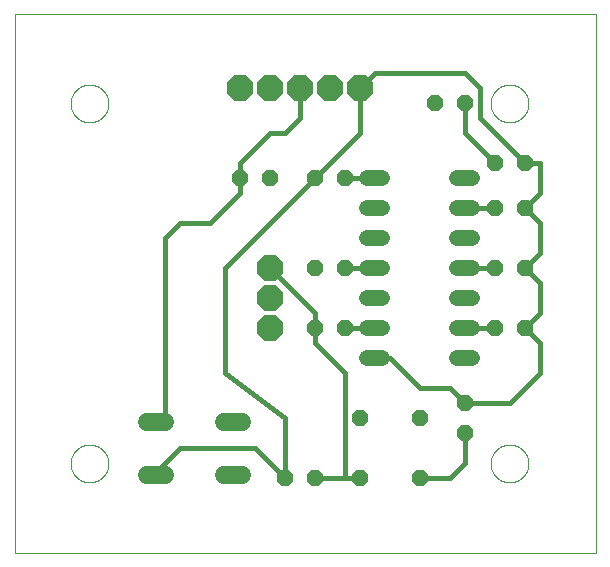
<source format=gtl>
G75*
%MOIN*%
%OFA0B0*%
%FSLAX25Y25*%
%IPPOS*%
%LPD*%
%AMOC8*
5,1,8,0,0,1.08239X$1,22.5*
%
%ADD10C,0.00000*%
%ADD11OC8,0.05200*%
%ADD12C,0.05200*%
%ADD13C,0.06000*%
%ADD14OC8,0.08500*%
%ADD15C,0.01600*%
D10*
X0001000Y0001000D02*
X0001000Y0180961D01*
X0194701Y0180961D01*
X0194701Y0001000D01*
X0001000Y0001000D01*
X0019701Y0031000D02*
X0019703Y0031158D01*
X0019709Y0031316D01*
X0019719Y0031474D01*
X0019733Y0031632D01*
X0019751Y0031789D01*
X0019772Y0031946D01*
X0019798Y0032102D01*
X0019828Y0032258D01*
X0019861Y0032413D01*
X0019899Y0032566D01*
X0019940Y0032719D01*
X0019985Y0032871D01*
X0020034Y0033022D01*
X0020087Y0033171D01*
X0020143Y0033319D01*
X0020203Y0033465D01*
X0020267Y0033610D01*
X0020335Y0033753D01*
X0020406Y0033895D01*
X0020480Y0034035D01*
X0020558Y0034172D01*
X0020640Y0034308D01*
X0020724Y0034442D01*
X0020813Y0034573D01*
X0020904Y0034702D01*
X0020999Y0034829D01*
X0021096Y0034954D01*
X0021197Y0035076D01*
X0021301Y0035195D01*
X0021408Y0035312D01*
X0021518Y0035426D01*
X0021631Y0035537D01*
X0021746Y0035646D01*
X0021864Y0035751D01*
X0021985Y0035853D01*
X0022108Y0035953D01*
X0022234Y0036049D01*
X0022362Y0036142D01*
X0022492Y0036232D01*
X0022625Y0036318D01*
X0022760Y0036402D01*
X0022896Y0036481D01*
X0023035Y0036558D01*
X0023176Y0036630D01*
X0023318Y0036700D01*
X0023462Y0036765D01*
X0023608Y0036827D01*
X0023755Y0036885D01*
X0023904Y0036940D01*
X0024054Y0036991D01*
X0024205Y0037038D01*
X0024357Y0037081D01*
X0024510Y0037120D01*
X0024665Y0037156D01*
X0024820Y0037187D01*
X0024976Y0037215D01*
X0025132Y0037239D01*
X0025289Y0037259D01*
X0025447Y0037275D01*
X0025604Y0037287D01*
X0025763Y0037295D01*
X0025921Y0037299D01*
X0026079Y0037299D01*
X0026237Y0037295D01*
X0026396Y0037287D01*
X0026553Y0037275D01*
X0026711Y0037259D01*
X0026868Y0037239D01*
X0027024Y0037215D01*
X0027180Y0037187D01*
X0027335Y0037156D01*
X0027490Y0037120D01*
X0027643Y0037081D01*
X0027795Y0037038D01*
X0027946Y0036991D01*
X0028096Y0036940D01*
X0028245Y0036885D01*
X0028392Y0036827D01*
X0028538Y0036765D01*
X0028682Y0036700D01*
X0028824Y0036630D01*
X0028965Y0036558D01*
X0029104Y0036481D01*
X0029240Y0036402D01*
X0029375Y0036318D01*
X0029508Y0036232D01*
X0029638Y0036142D01*
X0029766Y0036049D01*
X0029892Y0035953D01*
X0030015Y0035853D01*
X0030136Y0035751D01*
X0030254Y0035646D01*
X0030369Y0035537D01*
X0030482Y0035426D01*
X0030592Y0035312D01*
X0030699Y0035195D01*
X0030803Y0035076D01*
X0030904Y0034954D01*
X0031001Y0034829D01*
X0031096Y0034702D01*
X0031187Y0034573D01*
X0031276Y0034442D01*
X0031360Y0034308D01*
X0031442Y0034172D01*
X0031520Y0034035D01*
X0031594Y0033895D01*
X0031665Y0033753D01*
X0031733Y0033610D01*
X0031797Y0033465D01*
X0031857Y0033319D01*
X0031913Y0033171D01*
X0031966Y0033022D01*
X0032015Y0032871D01*
X0032060Y0032719D01*
X0032101Y0032566D01*
X0032139Y0032413D01*
X0032172Y0032258D01*
X0032202Y0032102D01*
X0032228Y0031946D01*
X0032249Y0031789D01*
X0032267Y0031632D01*
X0032281Y0031474D01*
X0032291Y0031316D01*
X0032297Y0031158D01*
X0032299Y0031000D01*
X0032297Y0030842D01*
X0032291Y0030684D01*
X0032281Y0030526D01*
X0032267Y0030368D01*
X0032249Y0030211D01*
X0032228Y0030054D01*
X0032202Y0029898D01*
X0032172Y0029742D01*
X0032139Y0029587D01*
X0032101Y0029434D01*
X0032060Y0029281D01*
X0032015Y0029129D01*
X0031966Y0028978D01*
X0031913Y0028829D01*
X0031857Y0028681D01*
X0031797Y0028535D01*
X0031733Y0028390D01*
X0031665Y0028247D01*
X0031594Y0028105D01*
X0031520Y0027965D01*
X0031442Y0027828D01*
X0031360Y0027692D01*
X0031276Y0027558D01*
X0031187Y0027427D01*
X0031096Y0027298D01*
X0031001Y0027171D01*
X0030904Y0027046D01*
X0030803Y0026924D01*
X0030699Y0026805D01*
X0030592Y0026688D01*
X0030482Y0026574D01*
X0030369Y0026463D01*
X0030254Y0026354D01*
X0030136Y0026249D01*
X0030015Y0026147D01*
X0029892Y0026047D01*
X0029766Y0025951D01*
X0029638Y0025858D01*
X0029508Y0025768D01*
X0029375Y0025682D01*
X0029240Y0025598D01*
X0029104Y0025519D01*
X0028965Y0025442D01*
X0028824Y0025370D01*
X0028682Y0025300D01*
X0028538Y0025235D01*
X0028392Y0025173D01*
X0028245Y0025115D01*
X0028096Y0025060D01*
X0027946Y0025009D01*
X0027795Y0024962D01*
X0027643Y0024919D01*
X0027490Y0024880D01*
X0027335Y0024844D01*
X0027180Y0024813D01*
X0027024Y0024785D01*
X0026868Y0024761D01*
X0026711Y0024741D01*
X0026553Y0024725D01*
X0026396Y0024713D01*
X0026237Y0024705D01*
X0026079Y0024701D01*
X0025921Y0024701D01*
X0025763Y0024705D01*
X0025604Y0024713D01*
X0025447Y0024725D01*
X0025289Y0024741D01*
X0025132Y0024761D01*
X0024976Y0024785D01*
X0024820Y0024813D01*
X0024665Y0024844D01*
X0024510Y0024880D01*
X0024357Y0024919D01*
X0024205Y0024962D01*
X0024054Y0025009D01*
X0023904Y0025060D01*
X0023755Y0025115D01*
X0023608Y0025173D01*
X0023462Y0025235D01*
X0023318Y0025300D01*
X0023176Y0025370D01*
X0023035Y0025442D01*
X0022896Y0025519D01*
X0022760Y0025598D01*
X0022625Y0025682D01*
X0022492Y0025768D01*
X0022362Y0025858D01*
X0022234Y0025951D01*
X0022108Y0026047D01*
X0021985Y0026147D01*
X0021864Y0026249D01*
X0021746Y0026354D01*
X0021631Y0026463D01*
X0021518Y0026574D01*
X0021408Y0026688D01*
X0021301Y0026805D01*
X0021197Y0026924D01*
X0021096Y0027046D01*
X0020999Y0027171D01*
X0020904Y0027298D01*
X0020813Y0027427D01*
X0020724Y0027558D01*
X0020640Y0027692D01*
X0020558Y0027828D01*
X0020480Y0027965D01*
X0020406Y0028105D01*
X0020335Y0028247D01*
X0020267Y0028390D01*
X0020203Y0028535D01*
X0020143Y0028681D01*
X0020087Y0028829D01*
X0020034Y0028978D01*
X0019985Y0029129D01*
X0019940Y0029281D01*
X0019899Y0029434D01*
X0019861Y0029587D01*
X0019828Y0029742D01*
X0019798Y0029898D01*
X0019772Y0030054D01*
X0019751Y0030211D01*
X0019733Y0030368D01*
X0019719Y0030526D01*
X0019709Y0030684D01*
X0019703Y0030842D01*
X0019701Y0031000D01*
X0019701Y0151000D02*
X0019703Y0151158D01*
X0019709Y0151316D01*
X0019719Y0151474D01*
X0019733Y0151632D01*
X0019751Y0151789D01*
X0019772Y0151946D01*
X0019798Y0152102D01*
X0019828Y0152258D01*
X0019861Y0152413D01*
X0019899Y0152566D01*
X0019940Y0152719D01*
X0019985Y0152871D01*
X0020034Y0153022D01*
X0020087Y0153171D01*
X0020143Y0153319D01*
X0020203Y0153465D01*
X0020267Y0153610D01*
X0020335Y0153753D01*
X0020406Y0153895D01*
X0020480Y0154035D01*
X0020558Y0154172D01*
X0020640Y0154308D01*
X0020724Y0154442D01*
X0020813Y0154573D01*
X0020904Y0154702D01*
X0020999Y0154829D01*
X0021096Y0154954D01*
X0021197Y0155076D01*
X0021301Y0155195D01*
X0021408Y0155312D01*
X0021518Y0155426D01*
X0021631Y0155537D01*
X0021746Y0155646D01*
X0021864Y0155751D01*
X0021985Y0155853D01*
X0022108Y0155953D01*
X0022234Y0156049D01*
X0022362Y0156142D01*
X0022492Y0156232D01*
X0022625Y0156318D01*
X0022760Y0156402D01*
X0022896Y0156481D01*
X0023035Y0156558D01*
X0023176Y0156630D01*
X0023318Y0156700D01*
X0023462Y0156765D01*
X0023608Y0156827D01*
X0023755Y0156885D01*
X0023904Y0156940D01*
X0024054Y0156991D01*
X0024205Y0157038D01*
X0024357Y0157081D01*
X0024510Y0157120D01*
X0024665Y0157156D01*
X0024820Y0157187D01*
X0024976Y0157215D01*
X0025132Y0157239D01*
X0025289Y0157259D01*
X0025447Y0157275D01*
X0025604Y0157287D01*
X0025763Y0157295D01*
X0025921Y0157299D01*
X0026079Y0157299D01*
X0026237Y0157295D01*
X0026396Y0157287D01*
X0026553Y0157275D01*
X0026711Y0157259D01*
X0026868Y0157239D01*
X0027024Y0157215D01*
X0027180Y0157187D01*
X0027335Y0157156D01*
X0027490Y0157120D01*
X0027643Y0157081D01*
X0027795Y0157038D01*
X0027946Y0156991D01*
X0028096Y0156940D01*
X0028245Y0156885D01*
X0028392Y0156827D01*
X0028538Y0156765D01*
X0028682Y0156700D01*
X0028824Y0156630D01*
X0028965Y0156558D01*
X0029104Y0156481D01*
X0029240Y0156402D01*
X0029375Y0156318D01*
X0029508Y0156232D01*
X0029638Y0156142D01*
X0029766Y0156049D01*
X0029892Y0155953D01*
X0030015Y0155853D01*
X0030136Y0155751D01*
X0030254Y0155646D01*
X0030369Y0155537D01*
X0030482Y0155426D01*
X0030592Y0155312D01*
X0030699Y0155195D01*
X0030803Y0155076D01*
X0030904Y0154954D01*
X0031001Y0154829D01*
X0031096Y0154702D01*
X0031187Y0154573D01*
X0031276Y0154442D01*
X0031360Y0154308D01*
X0031442Y0154172D01*
X0031520Y0154035D01*
X0031594Y0153895D01*
X0031665Y0153753D01*
X0031733Y0153610D01*
X0031797Y0153465D01*
X0031857Y0153319D01*
X0031913Y0153171D01*
X0031966Y0153022D01*
X0032015Y0152871D01*
X0032060Y0152719D01*
X0032101Y0152566D01*
X0032139Y0152413D01*
X0032172Y0152258D01*
X0032202Y0152102D01*
X0032228Y0151946D01*
X0032249Y0151789D01*
X0032267Y0151632D01*
X0032281Y0151474D01*
X0032291Y0151316D01*
X0032297Y0151158D01*
X0032299Y0151000D01*
X0032297Y0150842D01*
X0032291Y0150684D01*
X0032281Y0150526D01*
X0032267Y0150368D01*
X0032249Y0150211D01*
X0032228Y0150054D01*
X0032202Y0149898D01*
X0032172Y0149742D01*
X0032139Y0149587D01*
X0032101Y0149434D01*
X0032060Y0149281D01*
X0032015Y0149129D01*
X0031966Y0148978D01*
X0031913Y0148829D01*
X0031857Y0148681D01*
X0031797Y0148535D01*
X0031733Y0148390D01*
X0031665Y0148247D01*
X0031594Y0148105D01*
X0031520Y0147965D01*
X0031442Y0147828D01*
X0031360Y0147692D01*
X0031276Y0147558D01*
X0031187Y0147427D01*
X0031096Y0147298D01*
X0031001Y0147171D01*
X0030904Y0147046D01*
X0030803Y0146924D01*
X0030699Y0146805D01*
X0030592Y0146688D01*
X0030482Y0146574D01*
X0030369Y0146463D01*
X0030254Y0146354D01*
X0030136Y0146249D01*
X0030015Y0146147D01*
X0029892Y0146047D01*
X0029766Y0145951D01*
X0029638Y0145858D01*
X0029508Y0145768D01*
X0029375Y0145682D01*
X0029240Y0145598D01*
X0029104Y0145519D01*
X0028965Y0145442D01*
X0028824Y0145370D01*
X0028682Y0145300D01*
X0028538Y0145235D01*
X0028392Y0145173D01*
X0028245Y0145115D01*
X0028096Y0145060D01*
X0027946Y0145009D01*
X0027795Y0144962D01*
X0027643Y0144919D01*
X0027490Y0144880D01*
X0027335Y0144844D01*
X0027180Y0144813D01*
X0027024Y0144785D01*
X0026868Y0144761D01*
X0026711Y0144741D01*
X0026553Y0144725D01*
X0026396Y0144713D01*
X0026237Y0144705D01*
X0026079Y0144701D01*
X0025921Y0144701D01*
X0025763Y0144705D01*
X0025604Y0144713D01*
X0025447Y0144725D01*
X0025289Y0144741D01*
X0025132Y0144761D01*
X0024976Y0144785D01*
X0024820Y0144813D01*
X0024665Y0144844D01*
X0024510Y0144880D01*
X0024357Y0144919D01*
X0024205Y0144962D01*
X0024054Y0145009D01*
X0023904Y0145060D01*
X0023755Y0145115D01*
X0023608Y0145173D01*
X0023462Y0145235D01*
X0023318Y0145300D01*
X0023176Y0145370D01*
X0023035Y0145442D01*
X0022896Y0145519D01*
X0022760Y0145598D01*
X0022625Y0145682D01*
X0022492Y0145768D01*
X0022362Y0145858D01*
X0022234Y0145951D01*
X0022108Y0146047D01*
X0021985Y0146147D01*
X0021864Y0146249D01*
X0021746Y0146354D01*
X0021631Y0146463D01*
X0021518Y0146574D01*
X0021408Y0146688D01*
X0021301Y0146805D01*
X0021197Y0146924D01*
X0021096Y0147046D01*
X0020999Y0147171D01*
X0020904Y0147298D01*
X0020813Y0147427D01*
X0020724Y0147558D01*
X0020640Y0147692D01*
X0020558Y0147828D01*
X0020480Y0147965D01*
X0020406Y0148105D01*
X0020335Y0148247D01*
X0020267Y0148390D01*
X0020203Y0148535D01*
X0020143Y0148681D01*
X0020087Y0148829D01*
X0020034Y0148978D01*
X0019985Y0149129D01*
X0019940Y0149281D01*
X0019899Y0149434D01*
X0019861Y0149587D01*
X0019828Y0149742D01*
X0019798Y0149898D01*
X0019772Y0150054D01*
X0019751Y0150211D01*
X0019733Y0150368D01*
X0019719Y0150526D01*
X0019709Y0150684D01*
X0019703Y0150842D01*
X0019701Y0151000D01*
X0159701Y0151000D02*
X0159703Y0151158D01*
X0159709Y0151316D01*
X0159719Y0151474D01*
X0159733Y0151632D01*
X0159751Y0151789D01*
X0159772Y0151946D01*
X0159798Y0152102D01*
X0159828Y0152258D01*
X0159861Y0152413D01*
X0159899Y0152566D01*
X0159940Y0152719D01*
X0159985Y0152871D01*
X0160034Y0153022D01*
X0160087Y0153171D01*
X0160143Y0153319D01*
X0160203Y0153465D01*
X0160267Y0153610D01*
X0160335Y0153753D01*
X0160406Y0153895D01*
X0160480Y0154035D01*
X0160558Y0154172D01*
X0160640Y0154308D01*
X0160724Y0154442D01*
X0160813Y0154573D01*
X0160904Y0154702D01*
X0160999Y0154829D01*
X0161096Y0154954D01*
X0161197Y0155076D01*
X0161301Y0155195D01*
X0161408Y0155312D01*
X0161518Y0155426D01*
X0161631Y0155537D01*
X0161746Y0155646D01*
X0161864Y0155751D01*
X0161985Y0155853D01*
X0162108Y0155953D01*
X0162234Y0156049D01*
X0162362Y0156142D01*
X0162492Y0156232D01*
X0162625Y0156318D01*
X0162760Y0156402D01*
X0162896Y0156481D01*
X0163035Y0156558D01*
X0163176Y0156630D01*
X0163318Y0156700D01*
X0163462Y0156765D01*
X0163608Y0156827D01*
X0163755Y0156885D01*
X0163904Y0156940D01*
X0164054Y0156991D01*
X0164205Y0157038D01*
X0164357Y0157081D01*
X0164510Y0157120D01*
X0164665Y0157156D01*
X0164820Y0157187D01*
X0164976Y0157215D01*
X0165132Y0157239D01*
X0165289Y0157259D01*
X0165447Y0157275D01*
X0165604Y0157287D01*
X0165763Y0157295D01*
X0165921Y0157299D01*
X0166079Y0157299D01*
X0166237Y0157295D01*
X0166396Y0157287D01*
X0166553Y0157275D01*
X0166711Y0157259D01*
X0166868Y0157239D01*
X0167024Y0157215D01*
X0167180Y0157187D01*
X0167335Y0157156D01*
X0167490Y0157120D01*
X0167643Y0157081D01*
X0167795Y0157038D01*
X0167946Y0156991D01*
X0168096Y0156940D01*
X0168245Y0156885D01*
X0168392Y0156827D01*
X0168538Y0156765D01*
X0168682Y0156700D01*
X0168824Y0156630D01*
X0168965Y0156558D01*
X0169104Y0156481D01*
X0169240Y0156402D01*
X0169375Y0156318D01*
X0169508Y0156232D01*
X0169638Y0156142D01*
X0169766Y0156049D01*
X0169892Y0155953D01*
X0170015Y0155853D01*
X0170136Y0155751D01*
X0170254Y0155646D01*
X0170369Y0155537D01*
X0170482Y0155426D01*
X0170592Y0155312D01*
X0170699Y0155195D01*
X0170803Y0155076D01*
X0170904Y0154954D01*
X0171001Y0154829D01*
X0171096Y0154702D01*
X0171187Y0154573D01*
X0171276Y0154442D01*
X0171360Y0154308D01*
X0171442Y0154172D01*
X0171520Y0154035D01*
X0171594Y0153895D01*
X0171665Y0153753D01*
X0171733Y0153610D01*
X0171797Y0153465D01*
X0171857Y0153319D01*
X0171913Y0153171D01*
X0171966Y0153022D01*
X0172015Y0152871D01*
X0172060Y0152719D01*
X0172101Y0152566D01*
X0172139Y0152413D01*
X0172172Y0152258D01*
X0172202Y0152102D01*
X0172228Y0151946D01*
X0172249Y0151789D01*
X0172267Y0151632D01*
X0172281Y0151474D01*
X0172291Y0151316D01*
X0172297Y0151158D01*
X0172299Y0151000D01*
X0172297Y0150842D01*
X0172291Y0150684D01*
X0172281Y0150526D01*
X0172267Y0150368D01*
X0172249Y0150211D01*
X0172228Y0150054D01*
X0172202Y0149898D01*
X0172172Y0149742D01*
X0172139Y0149587D01*
X0172101Y0149434D01*
X0172060Y0149281D01*
X0172015Y0149129D01*
X0171966Y0148978D01*
X0171913Y0148829D01*
X0171857Y0148681D01*
X0171797Y0148535D01*
X0171733Y0148390D01*
X0171665Y0148247D01*
X0171594Y0148105D01*
X0171520Y0147965D01*
X0171442Y0147828D01*
X0171360Y0147692D01*
X0171276Y0147558D01*
X0171187Y0147427D01*
X0171096Y0147298D01*
X0171001Y0147171D01*
X0170904Y0147046D01*
X0170803Y0146924D01*
X0170699Y0146805D01*
X0170592Y0146688D01*
X0170482Y0146574D01*
X0170369Y0146463D01*
X0170254Y0146354D01*
X0170136Y0146249D01*
X0170015Y0146147D01*
X0169892Y0146047D01*
X0169766Y0145951D01*
X0169638Y0145858D01*
X0169508Y0145768D01*
X0169375Y0145682D01*
X0169240Y0145598D01*
X0169104Y0145519D01*
X0168965Y0145442D01*
X0168824Y0145370D01*
X0168682Y0145300D01*
X0168538Y0145235D01*
X0168392Y0145173D01*
X0168245Y0145115D01*
X0168096Y0145060D01*
X0167946Y0145009D01*
X0167795Y0144962D01*
X0167643Y0144919D01*
X0167490Y0144880D01*
X0167335Y0144844D01*
X0167180Y0144813D01*
X0167024Y0144785D01*
X0166868Y0144761D01*
X0166711Y0144741D01*
X0166553Y0144725D01*
X0166396Y0144713D01*
X0166237Y0144705D01*
X0166079Y0144701D01*
X0165921Y0144701D01*
X0165763Y0144705D01*
X0165604Y0144713D01*
X0165447Y0144725D01*
X0165289Y0144741D01*
X0165132Y0144761D01*
X0164976Y0144785D01*
X0164820Y0144813D01*
X0164665Y0144844D01*
X0164510Y0144880D01*
X0164357Y0144919D01*
X0164205Y0144962D01*
X0164054Y0145009D01*
X0163904Y0145060D01*
X0163755Y0145115D01*
X0163608Y0145173D01*
X0163462Y0145235D01*
X0163318Y0145300D01*
X0163176Y0145370D01*
X0163035Y0145442D01*
X0162896Y0145519D01*
X0162760Y0145598D01*
X0162625Y0145682D01*
X0162492Y0145768D01*
X0162362Y0145858D01*
X0162234Y0145951D01*
X0162108Y0146047D01*
X0161985Y0146147D01*
X0161864Y0146249D01*
X0161746Y0146354D01*
X0161631Y0146463D01*
X0161518Y0146574D01*
X0161408Y0146688D01*
X0161301Y0146805D01*
X0161197Y0146924D01*
X0161096Y0147046D01*
X0160999Y0147171D01*
X0160904Y0147298D01*
X0160813Y0147427D01*
X0160724Y0147558D01*
X0160640Y0147692D01*
X0160558Y0147828D01*
X0160480Y0147965D01*
X0160406Y0148105D01*
X0160335Y0148247D01*
X0160267Y0148390D01*
X0160203Y0148535D01*
X0160143Y0148681D01*
X0160087Y0148829D01*
X0160034Y0148978D01*
X0159985Y0149129D01*
X0159940Y0149281D01*
X0159899Y0149434D01*
X0159861Y0149587D01*
X0159828Y0149742D01*
X0159798Y0149898D01*
X0159772Y0150054D01*
X0159751Y0150211D01*
X0159733Y0150368D01*
X0159719Y0150526D01*
X0159709Y0150684D01*
X0159703Y0150842D01*
X0159701Y0151000D01*
X0159701Y0031000D02*
X0159703Y0031158D01*
X0159709Y0031316D01*
X0159719Y0031474D01*
X0159733Y0031632D01*
X0159751Y0031789D01*
X0159772Y0031946D01*
X0159798Y0032102D01*
X0159828Y0032258D01*
X0159861Y0032413D01*
X0159899Y0032566D01*
X0159940Y0032719D01*
X0159985Y0032871D01*
X0160034Y0033022D01*
X0160087Y0033171D01*
X0160143Y0033319D01*
X0160203Y0033465D01*
X0160267Y0033610D01*
X0160335Y0033753D01*
X0160406Y0033895D01*
X0160480Y0034035D01*
X0160558Y0034172D01*
X0160640Y0034308D01*
X0160724Y0034442D01*
X0160813Y0034573D01*
X0160904Y0034702D01*
X0160999Y0034829D01*
X0161096Y0034954D01*
X0161197Y0035076D01*
X0161301Y0035195D01*
X0161408Y0035312D01*
X0161518Y0035426D01*
X0161631Y0035537D01*
X0161746Y0035646D01*
X0161864Y0035751D01*
X0161985Y0035853D01*
X0162108Y0035953D01*
X0162234Y0036049D01*
X0162362Y0036142D01*
X0162492Y0036232D01*
X0162625Y0036318D01*
X0162760Y0036402D01*
X0162896Y0036481D01*
X0163035Y0036558D01*
X0163176Y0036630D01*
X0163318Y0036700D01*
X0163462Y0036765D01*
X0163608Y0036827D01*
X0163755Y0036885D01*
X0163904Y0036940D01*
X0164054Y0036991D01*
X0164205Y0037038D01*
X0164357Y0037081D01*
X0164510Y0037120D01*
X0164665Y0037156D01*
X0164820Y0037187D01*
X0164976Y0037215D01*
X0165132Y0037239D01*
X0165289Y0037259D01*
X0165447Y0037275D01*
X0165604Y0037287D01*
X0165763Y0037295D01*
X0165921Y0037299D01*
X0166079Y0037299D01*
X0166237Y0037295D01*
X0166396Y0037287D01*
X0166553Y0037275D01*
X0166711Y0037259D01*
X0166868Y0037239D01*
X0167024Y0037215D01*
X0167180Y0037187D01*
X0167335Y0037156D01*
X0167490Y0037120D01*
X0167643Y0037081D01*
X0167795Y0037038D01*
X0167946Y0036991D01*
X0168096Y0036940D01*
X0168245Y0036885D01*
X0168392Y0036827D01*
X0168538Y0036765D01*
X0168682Y0036700D01*
X0168824Y0036630D01*
X0168965Y0036558D01*
X0169104Y0036481D01*
X0169240Y0036402D01*
X0169375Y0036318D01*
X0169508Y0036232D01*
X0169638Y0036142D01*
X0169766Y0036049D01*
X0169892Y0035953D01*
X0170015Y0035853D01*
X0170136Y0035751D01*
X0170254Y0035646D01*
X0170369Y0035537D01*
X0170482Y0035426D01*
X0170592Y0035312D01*
X0170699Y0035195D01*
X0170803Y0035076D01*
X0170904Y0034954D01*
X0171001Y0034829D01*
X0171096Y0034702D01*
X0171187Y0034573D01*
X0171276Y0034442D01*
X0171360Y0034308D01*
X0171442Y0034172D01*
X0171520Y0034035D01*
X0171594Y0033895D01*
X0171665Y0033753D01*
X0171733Y0033610D01*
X0171797Y0033465D01*
X0171857Y0033319D01*
X0171913Y0033171D01*
X0171966Y0033022D01*
X0172015Y0032871D01*
X0172060Y0032719D01*
X0172101Y0032566D01*
X0172139Y0032413D01*
X0172172Y0032258D01*
X0172202Y0032102D01*
X0172228Y0031946D01*
X0172249Y0031789D01*
X0172267Y0031632D01*
X0172281Y0031474D01*
X0172291Y0031316D01*
X0172297Y0031158D01*
X0172299Y0031000D01*
X0172297Y0030842D01*
X0172291Y0030684D01*
X0172281Y0030526D01*
X0172267Y0030368D01*
X0172249Y0030211D01*
X0172228Y0030054D01*
X0172202Y0029898D01*
X0172172Y0029742D01*
X0172139Y0029587D01*
X0172101Y0029434D01*
X0172060Y0029281D01*
X0172015Y0029129D01*
X0171966Y0028978D01*
X0171913Y0028829D01*
X0171857Y0028681D01*
X0171797Y0028535D01*
X0171733Y0028390D01*
X0171665Y0028247D01*
X0171594Y0028105D01*
X0171520Y0027965D01*
X0171442Y0027828D01*
X0171360Y0027692D01*
X0171276Y0027558D01*
X0171187Y0027427D01*
X0171096Y0027298D01*
X0171001Y0027171D01*
X0170904Y0027046D01*
X0170803Y0026924D01*
X0170699Y0026805D01*
X0170592Y0026688D01*
X0170482Y0026574D01*
X0170369Y0026463D01*
X0170254Y0026354D01*
X0170136Y0026249D01*
X0170015Y0026147D01*
X0169892Y0026047D01*
X0169766Y0025951D01*
X0169638Y0025858D01*
X0169508Y0025768D01*
X0169375Y0025682D01*
X0169240Y0025598D01*
X0169104Y0025519D01*
X0168965Y0025442D01*
X0168824Y0025370D01*
X0168682Y0025300D01*
X0168538Y0025235D01*
X0168392Y0025173D01*
X0168245Y0025115D01*
X0168096Y0025060D01*
X0167946Y0025009D01*
X0167795Y0024962D01*
X0167643Y0024919D01*
X0167490Y0024880D01*
X0167335Y0024844D01*
X0167180Y0024813D01*
X0167024Y0024785D01*
X0166868Y0024761D01*
X0166711Y0024741D01*
X0166553Y0024725D01*
X0166396Y0024713D01*
X0166237Y0024705D01*
X0166079Y0024701D01*
X0165921Y0024701D01*
X0165763Y0024705D01*
X0165604Y0024713D01*
X0165447Y0024725D01*
X0165289Y0024741D01*
X0165132Y0024761D01*
X0164976Y0024785D01*
X0164820Y0024813D01*
X0164665Y0024844D01*
X0164510Y0024880D01*
X0164357Y0024919D01*
X0164205Y0024962D01*
X0164054Y0025009D01*
X0163904Y0025060D01*
X0163755Y0025115D01*
X0163608Y0025173D01*
X0163462Y0025235D01*
X0163318Y0025300D01*
X0163176Y0025370D01*
X0163035Y0025442D01*
X0162896Y0025519D01*
X0162760Y0025598D01*
X0162625Y0025682D01*
X0162492Y0025768D01*
X0162362Y0025858D01*
X0162234Y0025951D01*
X0162108Y0026047D01*
X0161985Y0026147D01*
X0161864Y0026249D01*
X0161746Y0026354D01*
X0161631Y0026463D01*
X0161518Y0026574D01*
X0161408Y0026688D01*
X0161301Y0026805D01*
X0161197Y0026924D01*
X0161096Y0027046D01*
X0160999Y0027171D01*
X0160904Y0027298D01*
X0160813Y0027427D01*
X0160724Y0027558D01*
X0160640Y0027692D01*
X0160558Y0027828D01*
X0160480Y0027965D01*
X0160406Y0028105D01*
X0160335Y0028247D01*
X0160267Y0028390D01*
X0160203Y0028535D01*
X0160143Y0028681D01*
X0160087Y0028829D01*
X0160034Y0028978D01*
X0159985Y0029129D01*
X0159940Y0029281D01*
X0159899Y0029434D01*
X0159861Y0029587D01*
X0159828Y0029742D01*
X0159798Y0029898D01*
X0159772Y0030054D01*
X0159751Y0030211D01*
X0159733Y0030368D01*
X0159719Y0030526D01*
X0159709Y0030684D01*
X0159703Y0030842D01*
X0159701Y0031000D01*
D11*
X0151000Y0041000D03*
X0151000Y0051000D03*
X0136000Y0046000D03*
X0116000Y0046000D03*
X0116000Y0026000D03*
X0101000Y0026000D03*
X0091000Y0026000D03*
X0136000Y0026000D03*
X0111000Y0076000D03*
X0101000Y0076000D03*
X0101000Y0096000D03*
X0111000Y0096000D03*
X0111000Y0126000D03*
X0101000Y0126000D03*
X0086000Y0126000D03*
X0076000Y0126000D03*
X0141000Y0151000D03*
X0151000Y0151000D03*
X0161000Y0131000D03*
X0171000Y0131000D03*
X0171000Y0116000D03*
X0161000Y0116000D03*
X0161000Y0096000D03*
X0171000Y0096000D03*
X0171000Y0076000D03*
X0161000Y0076000D03*
D12*
X0153600Y0076000D02*
X0148400Y0076000D01*
X0148400Y0066000D02*
X0153600Y0066000D01*
X0153600Y0086000D02*
X0148400Y0086000D01*
X0148400Y0096000D02*
X0153600Y0096000D01*
X0153600Y0106000D02*
X0148400Y0106000D01*
X0148400Y0116000D02*
X0153600Y0116000D01*
X0153600Y0126000D02*
X0148400Y0126000D01*
X0123600Y0126000D02*
X0118400Y0126000D01*
X0118400Y0116000D02*
X0123600Y0116000D01*
X0123600Y0106000D02*
X0118400Y0106000D01*
X0118400Y0096000D02*
X0123600Y0096000D01*
X0123600Y0086000D02*
X0118400Y0086000D01*
X0118400Y0076000D02*
X0123600Y0076000D01*
X0123600Y0066000D02*
X0118400Y0066000D01*
D13*
X0076800Y0044900D02*
X0070800Y0044900D01*
X0070800Y0027100D02*
X0076800Y0027100D01*
X0051200Y0027100D02*
X0045200Y0027100D01*
X0045200Y0044900D02*
X0051200Y0044900D01*
D14*
X0086000Y0076000D03*
X0086000Y0086000D03*
X0086000Y0096000D03*
X0086000Y0156000D03*
X0076000Y0156000D03*
X0096000Y0156000D03*
X0106000Y0156000D03*
X0116000Y0156000D03*
D15*
X0116000Y0141000D01*
X0101000Y0126000D01*
X0071000Y0096000D01*
X0071000Y0061000D01*
X0091000Y0046000D01*
X0091000Y0026000D01*
X0081000Y0036000D01*
X0056000Y0036000D01*
X0048200Y0028200D01*
X0048200Y0027100D01*
X0048200Y0044900D02*
X0051000Y0047700D01*
X0051000Y0106000D01*
X0056000Y0111000D01*
X0066000Y0111000D01*
X0076000Y0121000D01*
X0076000Y0126000D01*
X0076000Y0131000D01*
X0086000Y0141000D01*
X0091000Y0141000D01*
X0096000Y0146000D01*
X0096000Y0156000D01*
X0116000Y0156000D02*
X0121000Y0161000D01*
X0151000Y0161000D01*
X0156000Y0156000D01*
X0156000Y0146000D01*
X0171000Y0131000D01*
X0176000Y0131000D01*
X0176000Y0121000D01*
X0171000Y0116000D01*
X0176000Y0111000D01*
X0176000Y0101000D01*
X0171000Y0096000D01*
X0176000Y0091000D01*
X0176000Y0081000D01*
X0171000Y0076000D01*
X0176000Y0071000D01*
X0176000Y0061000D01*
X0166000Y0051000D01*
X0151000Y0051000D01*
X0146000Y0056000D01*
X0136000Y0056000D01*
X0126000Y0066000D01*
X0121000Y0066000D01*
X0121000Y0076000D02*
X0111000Y0076000D01*
X0101000Y0076000D02*
X0101000Y0071000D01*
X0111000Y0061000D01*
X0111000Y0026000D01*
X0101000Y0026000D01*
X0111000Y0026000D02*
X0116000Y0026000D01*
X0136000Y0026000D02*
X0146000Y0026000D01*
X0151000Y0031000D01*
X0151000Y0041000D01*
X0151000Y0076000D02*
X0161000Y0076000D01*
X0161000Y0096000D02*
X0151000Y0096000D01*
X0151000Y0116000D02*
X0161000Y0116000D01*
X0161000Y0131000D02*
X0151000Y0141000D01*
X0151000Y0151000D01*
X0121000Y0126000D02*
X0111000Y0126000D01*
X0111000Y0096000D02*
X0121000Y0096000D01*
X0101000Y0081000D02*
X0101000Y0076000D01*
X0101000Y0081000D02*
X0086000Y0096000D01*
M02*

</source>
